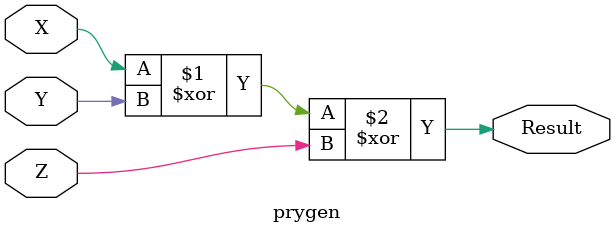
<source format=v>
`timescale 1ns / 1ps
module prygen(X, Y, Z, Result);
    input X;
    input Y;
    input Z;
    output Result;
	 assign Result=X^Y^Z;
	 
endmodule

</source>
